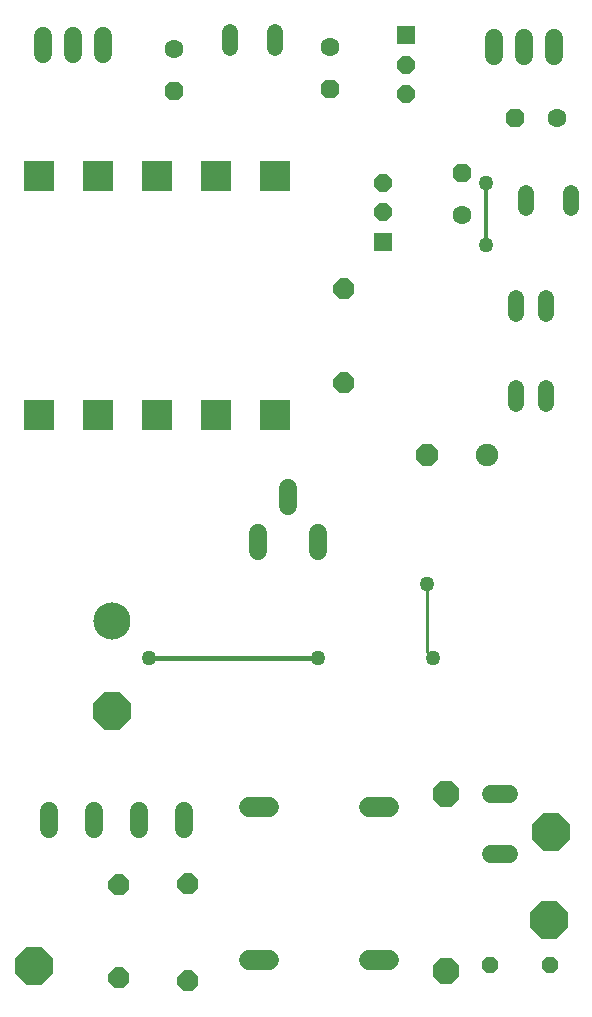
<source format=gbr>
G04 EAGLE Gerber X2 export*
%TF.Part,Single*%
%TF.FileFunction,Copper,L1,Top,Mixed*%
%TF.FilePolarity,Positive*%
%TF.GenerationSoftware,Autodesk,EAGLE,9.0.0*%
%TF.CreationDate,2019-06-10T11:01:14Z*%
G75*
%MOMM*%
%FSLAX34Y34*%
%LPD*%
%AMOC8*
5,1,8,0,0,1.08239X$1,22.5*%
G01*
%ADD10P,2.336880X8X292.500000*%
%ADD11P,1.924489X8X292.500000*%
%ADD12C,1.524000*%
%ADD13C,1.676400*%
%ADD14P,3.436588X8X202.500000*%
%ADD15P,1.429621X8X202.500000*%
%ADD16P,3.409096X8X292.500000*%
%ADD17C,3.149600*%
%ADD18C,1.320800*%
%ADD19C,1.905000*%
%ADD20P,2.061953X8X202.500000*%
%ADD21P,1.732040X8X292.500000*%
%ADD22C,1.600200*%
%ADD23P,1.924489X8X112.500000*%
%ADD24P,1.732040X8X202.500000*%
%ADD25P,1.732040X8X112.500000*%
%ADD26R,2.540000X2.540000*%
%ADD27R,1.524000X1.524000*%
%ADD28P,1.649562X8X22.500000*%
%ADD29P,1.649562X8X202.500000*%
%ADD30C,1.270000*%
%ADD31C,0.406400*%
%ADD32C,0.254000*%
%ADD33C,0.304800*%


D10*
X378200Y177430D03*
X378200Y27570D03*
D11*
X101400Y100588D03*
X101400Y21212D03*
D12*
X416480Y126800D02*
X431720Y126800D01*
X431720Y177600D02*
X416480Y177600D01*
D13*
X330282Y166170D02*
X313518Y166170D01*
X228682Y166170D02*
X211918Y166170D01*
X211918Y36630D02*
X228682Y36630D01*
X313518Y36630D02*
X330282Y36630D01*
D14*
X467500Y145600D03*
X466000Y70600D03*
X30100Y32100D03*
D15*
X466700Y32900D03*
X415900Y32900D03*
D16*
X96100Y247500D03*
D17*
X96100Y323700D03*
D18*
X463000Y584196D02*
X463000Y597404D01*
X437600Y597404D02*
X437600Y584196D01*
X437600Y521204D02*
X437600Y507996D01*
X463000Y507996D02*
X463000Y521204D01*
D19*
X413200Y464400D03*
D20*
X362400Y464400D03*
D12*
X37000Y804080D02*
X37000Y819320D01*
X62400Y819320D02*
X62400Y804080D01*
X87800Y804080D02*
X87800Y819320D01*
D21*
X148500Y772520D03*
D22*
X148500Y808080D03*
D18*
X195950Y809196D02*
X195950Y822404D01*
X234050Y822404D02*
X234050Y809196D01*
D12*
X157150Y162620D02*
X157150Y147380D01*
X119050Y147380D02*
X119050Y162620D01*
X80950Y162620D02*
X80950Y147380D01*
X42850Y147380D02*
X42850Y162620D01*
X270400Y382780D02*
X270400Y398020D01*
X245000Y420880D02*
X245000Y436120D01*
X219600Y398020D02*
X219600Y382780D01*
D23*
X160000Y18725D03*
X160000Y101275D03*
D12*
X419600Y801980D02*
X419600Y817220D01*
X445000Y817220D02*
X445000Y801980D01*
X470400Y801980D02*
X470400Y817220D01*
D21*
X280000Y774720D03*
D22*
X280000Y810280D03*
D24*
X437220Y750000D03*
D22*
X472780Y750000D03*
D18*
X484050Y686604D02*
X484050Y673396D01*
X445950Y673396D02*
X445950Y686604D01*
D25*
X392500Y702780D03*
D22*
X392500Y667220D03*
D11*
X292500Y604688D03*
X292500Y525312D03*
D26*
X34200Y498500D03*
X84200Y498500D03*
X134200Y498500D03*
X184200Y498500D03*
X234200Y498500D03*
X34200Y701000D03*
X84200Y701000D03*
X134200Y701000D03*
X184200Y701000D03*
X234200Y701000D03*
D27*
X345000Y820000D03*
D28*
X345000Y795000D03*
X345000Y770000D03*
D27*
X325000Y645000D03*
D29*
X325000Y670000D03*
X325000Y695000D03*
D30*
X270000Y292500D03*
D31*
X127500Y292500D01*
D30*
X127500Y292500D03*
X367500Y292500D03*
D32*
X362500Y297500D01*
X362500Y355000D01*
D30*
X362500Y355000D03*
X412500Y642500D03*
D33*
X412500Y695000D01*
D30*
X412500Y695000D03*
M02*

</source>
